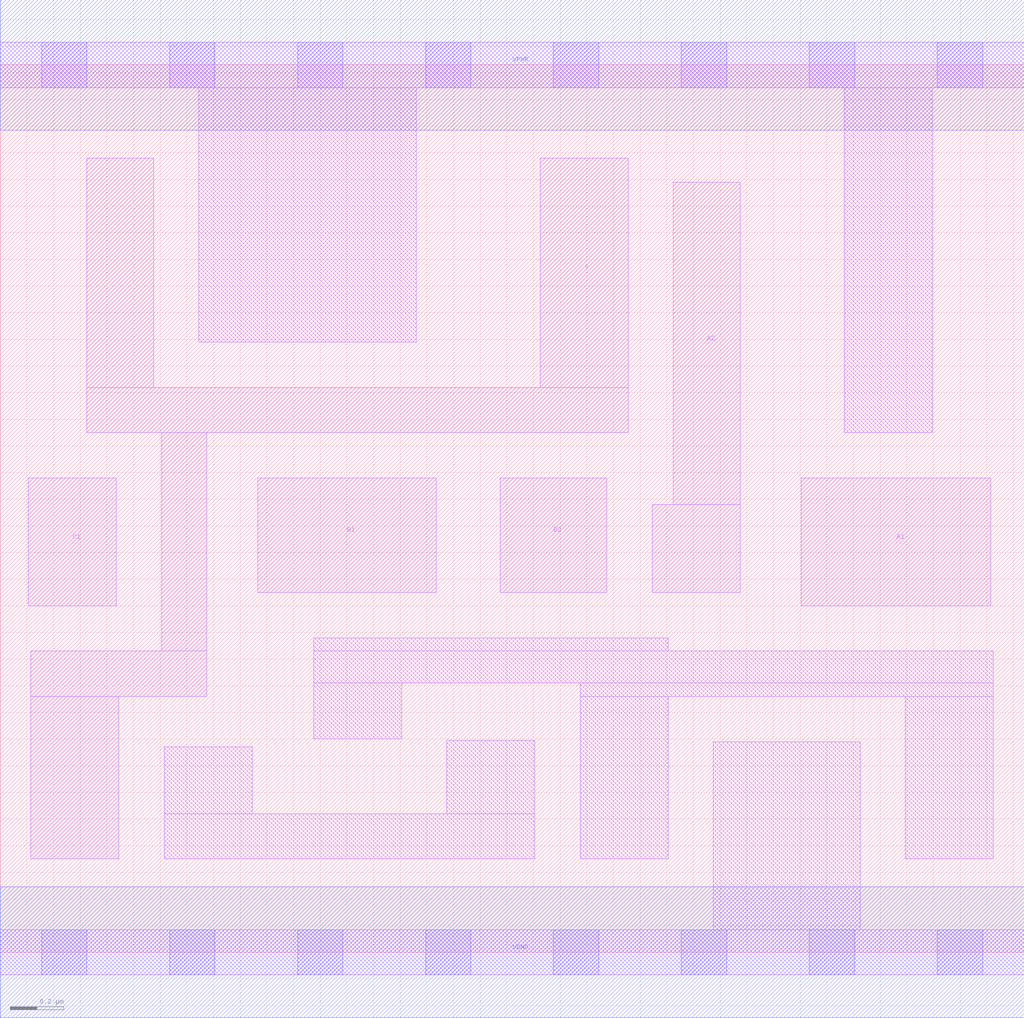
<source format=lef>
# Copyright 2020 The SkyWater PDK Authors
#
# Licensed under the Apache License, Version 2.0 (the "License");
# you may not use this file except in compliance with the License.
# You may obtain a copy of the License at
#
#     https://www.apache.org/licenses/LICENSE-2.0
#
# Unless required by applicable law or agreed to in writing, software
# distributed under the License is distributed on an "AS IS" BASIS,
# WITHOUT WARRANTIES OR CONDITIONS OF ANY KIND, either express or implied.
# See the License for the specific language governing permissions and
# limitations under the License.
#
# SPDX-License-Identifier: Apache-2.0

VERSION 5.5 ;
NAMESCASESENSITIVE ON ;
BUSBITCHARS "[]" ;
DIVIDERCHAR "/" ;
MACRO sky130_fd_sc_ls__o221ai_1
  CLASS CORE ;
  SOURCE USER ;
  ORIGIN  0.000000  0.000000 ;
  SIZE  3.840000 BY  3.330000 ;
  SYMMETRY X Y ;
  SITE unit ;
  PIN A1
    ANTENNAGATEAREA  0.279000 ;
    DIRECTION INPUT ;
    USE SIGNAL ;
    PORT
      LAYER li1 ;
        RECT 3.005000 1.300000 3.715000 1.780000 ;
    END
  END A1
  PIN A2
    ANTENNAGATEAREA  0.279000 ;
    DIRECTION INPUT ;
    USE SIGNAL ;
    PORT
      LAYER li1 ;
        RECT 2.445000 1.350000 2.775000 1.680000 ;
        RECT 2.525000 1.680000 2.775000 2.890000 ;
    END
  END A2
  PIN B1
    ANTENNAGATEAREA  0.279000 ;
    DIRECTION INPUT ;
    USE SIGNAL ;
    PORT
      LAYER li1 ;
        RECT 0.965000 1.350000 1.635000 1.780000 ;
    END
  END B1
  PIN B2
    ANTENNAGATEAREA  0.279000 ;
    DIRECTION INPUT ;
    USE SIGNAL ;
    PORT
      LAYER li1 ;
        RECT 1.875000 1.350000 2.275000 1.780000 ;
    END
  END B2
  PIN C1
    ANTENNAGATEAREA  0.279000 ;
    DIRECTION INPUT ;
    USE SIGNAL ;
    PORT
      LAYER li1 ;
        RECT 0.105000 1.300000 0.435000 1.780000 ;
    END
  END C1
  PIN Y
    ANTENNADIFFAREA  1.011700 ;
    DIRECTION OUTPUT ;
    USE SIGNAL ;
    PORT
      LAYER li1 ;
        RECT 0.115000 0.350000 0.445000 0.960000 ;
        RECT 0.115000 0.960000 0.775000 1.130000 ;
        RECT 0.325000 1.950000 2.355000 2.120000 ;
        RECT 0.325000 2.120000 0.575000 2.980000 ;
        RECT 0.605000 1.130000 0.775000 1.950000 ;
        RECT 2.025000 2.120000 2.355000 2.980000 ;
    END
  END Y
  PIN VGND
    DIRECTION INOUT ;
    SHAPE ABUTMENT ;
    USE GROUND ;
    PORT
      LAYER met1 ;
        RECT 0.000000 -0.245000 3.840000 0.245000 ;
    END
  END VGND
  PIN VPWR
    DIRECTION INOUT ;
    SHAPE ABUTMENT ;
    USE POWER ;
    PORT
      LAYER met1 ;
        RECT 0.000000 3.085000 3.840000 3.575000 ;
    END
  END VPWR
  OBS
    LAYER li1 ;
      RECT 0.000000 -0.085000 3.840000 0.085000 ;
      RECT 0.000000  3.245000 3.840000 3.415000 ;
      RECT 0.615000  0.350000 2.005000 0.520000 ;
      RECT 0.615000  0.520000 0.945000 0.770000 ;
      RECT 0.745000  2.290000 1.560000 3.245000 ;
      RECT 1.175000  0.800000 1.505000 1.010000 ;
      RECT 1.175000  1.010000 3.725000 1.130000 ;
      RECT 1.175000  1.130000 2.505000 1.180000 ;
      RECT 1.675000  0.520000 2.005000 0.795000 ;
      RECT 2.175000  0.350000 2.505000 0.960000 ;
      RECT 2.175000  0.960000 3.725000 1.010000 ;
      RECT 2.675000  0.085000 3.225000 0.790000 ;
      RECT 3.165000  1.950000 3.495000 3.245000 ;
      RECT 3.395000  0.350000 3.725000 0.960000 ;
    LAYER mcon ;
      RECT 0.155000 -0.085000 0.325000 0.085000 ;
      RECT 0.155000  3.245000 0.325000 3.415000 ;
      RECT 0.635000 -0.085000 0.805000 0.085000 ;
      RECT 0.635000  3.245000 0.805000 3.415000 ;
      RECT 1.115000 -0.085000 1.285000 0.085000 ;
      RECT 1.115000  3.245000 1.285000 3.415000 ;
      RECT 1.595000 -0.085000 1.765000 0.085000 ;
      RECT 1.595000  3.245000 1.765000 3.415000 ;
      RECT 2.075000 -0.085000 2.245000 0.085000 ;
      RECT 2.075000  3.245000 2.245000 3.415000 ;
      RECT 2.555000 -0.085000 2.725000 0.085000 ;
      RECT 2.555000  3.245000 2.725000 3.415000 ;
      RECT 3.035000 -0.085000 3.205000 0.085000 ;
      RECT 3.035000  3.245000 3.205000 3.415000 ;
      RECT 3.515000 -0.085000 3.685000 0.085000 ;
      RECT 3.515000  3.245000 3.685000 3.415000 ;
  END
END sky130_fd_sc_ls__o221ai_1

</source>
